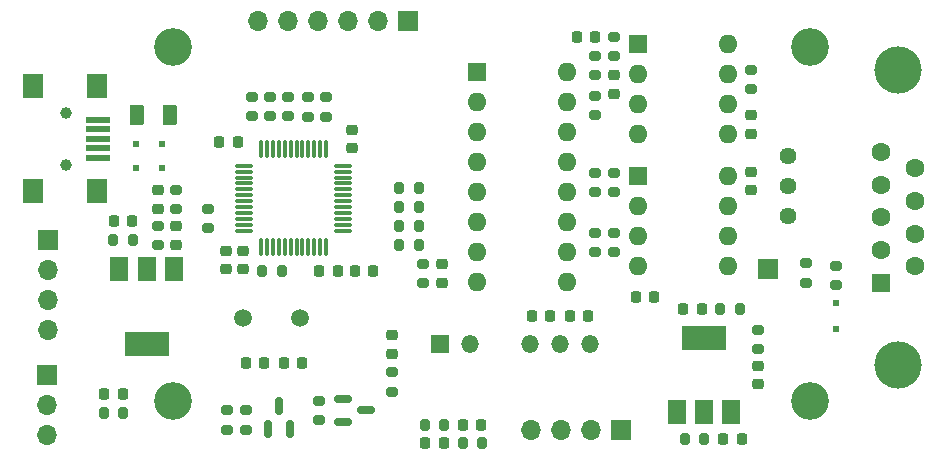
<source format=gbr>
%TF.GenerationSoftware,KiCad,Pcbnew,(6.0.0)*%
%TF.CreationDate,2023-02-03T01:01:01+01:00*%
%TF.ProjectId,EL1000_Lastcontroller,454c3130-3030-45f4-9c61-7374636f6e74,1*%
%TF.SameCoordinates,Original*%
%TF.FileFunction,Soldermask,Top*%
%TF.FilePolarity,Negative*%
%FSLAX46Y46*%
G04 Gerber Fmt 4.6, Leading zero omitted, Abs format (unit mm)*
G04 Created by KiCad (PCBNEW (6.0.0)) date 2023-02-03 01:01:01*
%MOMM*%
%LPD*%
G01*
G04 APERTURE LIST*
G04 Aperture macros list*
%AMRoundRect*
0 Rectangle with rounded corners*
0 $1 Rounding radius*
0 $2 $3 $4 $5 $6 $7 $8 $9 X,Y pos of 4 corners*
0 Add a 4 corners polygon primitive as box body*
4,1,4,$2,$3,$4,$5,$6,$7,$8,$9,$2,$3,0*
0 Add four circle primitives for the rounded corners*
1,1,$1+$1,$2,$3*
1,1,$1+$1,$4,$5*
1,1,$1+$1,$6,$7*
1,1,$1+$1,$8,$9*
0 Add four rect primitives between the rounded corners*
20,1,$1+$1,$2,$3,$4,$5,0*
20,1,$1+$1,$4,$5,$6,$7,0*
20,1,$1+$1,$6,$7,$8,$9,0*
20,1,$1+$1,$8,$9,$2,$3,0*%
G04 Aperture macros list end*
%ADD10R,1.700000X1.700000*%
%ADD11O,1.700000X1.700000*%
%ADD12RoundRect,0.225000X0.225000X0.250000X-0.225000X0.250000X-0.225000X-0.250000X0.225000X-0.250000X0*%
%ADD13RoundRect,0.200000X0.275000X-0.200000X0.275000X0.200000X-0.275000X0.200000X-0.275000X-0.200000X0*%
%ADD14C,3.200000*%
%ADD15RoundRect,0.200000X-0.275000X0.200000X-0.275000X-0.200000X0.275000X-0.200000X0.275000X0.200000X0*%
%ADD16RoundRect,0.225000X-0.250000X0.225000X-0.250000X-0.225000X0.250000X-0.225000X0.250000X0.225000X0*%
%ADD17RoundRect,0.200000X-0.200000X-0.275000X0.200000X-0.275000X0.200000X0.275000X-0.200000X0.275000X0*%
%ADD18RoundRect,0.200000X0.200000X0.275000X-0.200000X0.275000X-0.200000X-0.275000X0.200000X-0.275000X0*%
%ADD19RoundRect,0.218750X0.256250X-0.218750X0.256250X0.218750X-0.256250X0.218750X-0.256250X-0.218750X0*%
%ADD20RoundRect,0.225000X-0.225000X-0.250000X0.225000X-0.250000X0.225000X0.250000X-0.225000X0.250000X0*%
%ADD21R,1.600000X1.600000*%
%ADD22O,1.600000X1.600000*%
%ADD23C,4.000000*%
%ADD24C,1.600000*%
%ADD25RoundRect,0.150000X-0.587500X-0.150000X0.587500X-0.150000X0.587500X0.150000X-0.587500X0.150000X0*%
%ADD26RoundRect,0.150000X0.150000X-0.587500X0.150000X0.587500X-0.150000X0.587500X-0.150000X-0.587500X0*%
%ADD27RoundRect,0.218750X-0.256250X0.218750X-0.256250X-0.218750X0.256250X-0.218750X0.256250X0.218750X0*%
%ADD28R,1.500000X2.000000*%
%ADD29R,3.800000X2.000000*%
%ADD30RoundRect,0.218750X-0.218750X-0.256250X0.218750X-0.256250X0.218750X0.256250X-0.218750X0.256250X0*%
%ADD31R,1.500000X1.500000*%
%ADD32O,1.500000X1.500000*%
%ADD33C,1.440000*%
%ADD34R,0.500000X0.500000*%
%ADD35RoundRect,0.218750X0.218750X0.256250X-0.218750X0.256250X-0.218750X-0.256250X0.218750X-0.256250X0*%
%ADD36C,1.000000*%
%ADD37R,2.000000X0.500000*%
%ADD38R,1.700000X2.000000*%
%ADD39RoundRect,0.225000X0.250000X-0.225000X0.250000X0.225000X-0.250000X0.225000X-0.250000X-0.225000X0*%
%ADD40RoundRect,0.075000X0.075000X-0.662500X0.075000X0.662500X-0.075000X0.662500X-0.075000X-0.662500X0*%
%ADD41RoundRect,0.075000X0.662500X-0.075000X0.662500X0.075000X-0.662500X0.075000X-0.662500X-0.075000X0*%
%ADD42RoundRect,0.250000X0.375000X0.625000X-0.375000X0.625000X-0.375000X-0.625000X0.375000X-0.625000X0*%
%ADD43C,1.500000*%
G04 APERTURE END LIST*
D10*
%TO.C,J6*%
X66200000Y-73600000D03*
D11*
X66200000Y-76140000D03*
X66200000Y-78680000D03*
%TD*%
D12*
%TO.C,C18*%
X117575000Y-67000000D03*
X116025000Y-67000000D03*
%TD*%
%TO.C,C7*%
X87775000Y-72600000D03*
X86225000Y-72600000D03*
%TD*%
D13*
%TO.C,R27*%
X88300000Y-51737500D03*
X88300000Y-50087500D03*
%TD*%
D14*
%TO.C,H4*%
X76800000Y-45800000D03*
%TD*%
D15*
%TO.C,R8*%
X79800000Y-59550000D03*
X79800000Y-61200000D03*
%TD*%
D16*
%TO.C,C17*%
X125800000Y-56425000D03*
X125800000Y-57975000D03*
%TD*%
D15*
%TO.C,R17*%
X112600000Y-61575000D03*
X112600000Y-63225000D03*
%TD*%
D10*
%TO.C,J3*%
X96725000Y-43625000D03*
D11*
X94185000Y-43625000D03*
X91645000Y-43625000D03*
X89105000Y-43625000D03*
X86565000Y-43625000D03*
X84025000Y-43625000D03*
%TD*%
D17*
%TO.C,R15*%
X70975000Y-76800000D03*
X72625000Y-76800000D03*
%TD*%
D13*
%TO.C,R39*%
X98000000Y-65825000D03*
X98000000Y-64175000D03*
%TD*%
D18*
%TO.C,R23*%
X124825000Y-68000000D03*
X123175000Y-68000000D03*
%TD*%
D16*
%TO.C,C2*%
X77100000Y-61025000D03*
X77100000Y-62575000D03*
%TD*%
D13*
%TO.C,R21*%
X85050000Y-51712500D03*
X85050000Y-50062500D03*
%TD*%
D10*
%TO.C,TP1*%
X127200000Y-64600000D03*
%TD*%
D14*
%TO.C,H1*%
X130800000Y-45800000D03*
%TD*%
D10*
%TO.C,J1*%
X66225000Y-62200000D03*
D11*
X66225000Y-64740000D03*
X66225000Y-67280000D03*
X66225000Y-69820000D03*
%TD*%
D17*
%TO.C,R7*%
X84375000Y-64800000D03*
X86025000Y-64800000D03*
%TD*%
D19*
%TO.C,D7*%
X99600000Y-65787500D03*
X99600000Y-64212500D03*
%TD*%
D12*
%TO.C,C19*%
X72575000Y-75200000D03*
X71025000Y-75200000D03*
%TD*%
D13*
%TO.C,R22*%
X83550000Y-51712500D03*
X83550000Y-50062500D03*
%TD*%
D20*
%TO.C,C4*%
X92225000Y-64800000D03*
X93775000Y-64800000D03*
%TD*%
D21*
%TO.C,U4*%
X102600000Y-47925000D03*
D22*
X102600000Y-50465000D03*
X102600000Y-53005000D03*
X102600000Y-55545000D03*
X102600000Y-58085000D03*
X102600000Y-60625000D03*
X102600000Y-63165000D03*
X102600000Y-65705000D03*
X110220000Y-65705000D03*
X110220000Y-63165000D03*
X110220000Y-60625000D03*
X110220000Y-58085000D03*
X110220000Y-55545000D03*
X110220000Y-53005000D03*
X110220000Y-50465000D03*
X110220000Y-47925000D03*
%TD*%
D14*
%TO.C,H2*%
X76800000Y-75800000D03*
%TD*%
D15*
%TO.C,R1*%
X81400000Y-76575000D03*
X81400000Y-78225000D03*
%TD*%
D13*
%TO.C,R5*%
X95400000Y-75025000D03*
X95400000Y-73375000D03*
%TD*%
D23*
%TO.C,J5*%
X138220000Y-72760000D03*
X138220000Y-47760000D03*
D21*
X136800000Y-65800000D03*
D24*
X136800000Y-63030000D03*
X136800000Y-60260000D03*
X136800000Y-57490000D03*
X136800000Y-54720000D03*
X139640000Y-64415000D03*
X139640000Y-61645000D03*
X139640000Y-58875000D03*
X139640000Y-56105000D03*
%TD*%
D25*
%TO.C,Q2*%
X91262500Y-75650000D03*
X91262500Y-77550000D03*
X93137500Y-76600000D03*
%TD*%
D26*
%TO.C,Q1*%
X84850000Y-78137500D03*
X86750000Y-78137500D03*
X85800000Y-76262500D03*
%TD*%
D15*
%TO.C,R32*%
X130400000Y-64150000D03*
X130400000Y-65800000D03*
%TD*%
D27*
%TO.C,D1*%
X95400000Y-70212500D03*
X95400000Y-71787500D03*
%TD*%
D17*
%TO.C,R14*%
X96000000Y-59400000D03*
X97650000Y-59400000D03*
%TD*%
D15*
%TO.C,R18*%
X112600000Y-49975000D03*
X112600000Y-51625000D03*
%TD*%
D17*
%TO.C,R4*%
X71775000Y-62200000D03*
X73425000Y-62200000D03*
%TD*%
%TO.C,R11*%
X96000000Y-57800000D03*
X97650000Y-57800000D03*
%TD*%
%TO.C,R13*%
X96000000Y-62600000D03*
X97650000Y-62600000D03*
%TD*%
D16*
%TO.C,C8*%
X82800000Y-63112500D03*
X82800000Y-64662500D03*
%TD*%
D12*
%TO.C,C5*%
X111975000Y-68600000D03*
X110425000Y-68600000D03*
%TD*%
D13*
%TO.C,R38*%
X133000000Y-66025000D03*
X133000000Y-64375000D03*
%TD*%
D28*
%TO.C,U5*%
X119500000Y-76750000D03*
X121800000Y-76750000D03*
D29*
X121800000Y-70450000D03*
D28*
X124100000Y-76750000D03*
%TD*%
D30*
%TO.C,D8*%
X111012500Y-45000000D03*
X112587500Y-45000000D03*
%TD*%
D31*
%TO.C,U2*%
X99467500Y-71005000D03*
D32*
X102007500Y-71005000D03*
X107087500Y-71005000D03*
X109627500Y-71005000D03*
X112167500Y-71005000D03*
%TD*%
D21*
%TO.C,U7*%
X116200000Y-56800000D03*
D22*
X116200000Y-59340000D03*
X116200000Y-61880000D03*
X116200000Y-64420000D03*
X123820000Y-64420000D03*
X123820000Y-61880000D03*
X123820000Y-59340000D03*
X123820000Y-56800000D03*
%TD*%
D15*
%TO.C,R6*%
X75600000Y-60975000D03*
X75600000Y-62625000D03*
%TD*%
D33*
%TO.C,RV1*%
X128875000Y-55050000D03*
X128875000Y-57590000D03*
X128875000Y-60130000D03*
%TD*%
D34*
%TO.C,D4*%
X75900000Y-56050000D03*
X73700000Y-56050000D03*
%TD*%
D12*
%TO.C,C14*%
X121600000Y-68000000D03*
X120050000Y-68000000D03*
%TD*%
D13*
%TO.C,R3*%
X89200000Y-77425000D03*
X89200000Y-75775000D03*
%TD*%
D34*
%TO.C,D5*%
X75900000Y-54050000D03*
X73700000Y-54050000D03*
%TD*%
D16*
%TO.C,C16*%
X125800000Y-51625000D03*
X125800000Y-53175000D03*
%TD*%
D12*
%TO.C,C11*%
X82325000Y-53887500D03*
X80775000Y-53887500D03*
%TD*%
D35*
%TO.C,D3*%
X102947500Y-77800000D03*
X101372500Y-77800000D03*
%TD*%
D36*
%TO.C,J2*%
X67800000Y-51400000D03*
X67800000Y-55800000D03*
D37*
X70500000Y-52000000D03*
X70500000Y-52800000D03*
X70500000Y-53600000D03*
X70500000Y-54400000D03*
X70500000Y-55200000D03*
D38*
X70400000Y-49150000D03*
X64950000Y-58050000D03*
X70400000Y-58050000D03*
X64950000Y-49150000D03*
%TD*%
D15*
%TO.C,R26*%
X126400000Y-69775000D03*
X126400000Y-71425000D03*
%TD*%
D39*
%TO.C,C12*%
X92000000Y-54375000D03*
X92000000Y-52825000D03*
%TD*%
D19*
%TO.C,D9*%
X75554387Y-59553265D03*
X75554387Y-57978265D03*
%TD*%
D13*
%TO.C,R16*%
X112600000Y-58125000D03*
X112600000Y-56475000D03*
%TD*%
%TO.C,R40*%
X114200000Y-46625000D03*
X114200000Y-44975000D03*
%TD*%
D18*
%TO.C,R9*%
X103025000Y-79400000D03*
X101375000Y-79400000D03*
%TD*%
D19*
%TO.C,D6*%
X126400000Y-74387500D03*
X126400000Y-72812500D03*
%TD*%
D28*
%TO.C,U1*%
X76900000Y-64650000D03*
X74600000Y-64650000D03*
D29*
X74600000Y-70950000D03*
D28*
X72300000Y-64650000D03*
%TD*%
D30*
%TO.C,D2*%
X98212500Y-79400000D03*
X99787500Y-79400000D03*
%TD*%
D40*
%TO.C,U3*%
X84300000Y-62800000D03*
X84800000Y-62800000D03*
X85300000Y-62800000D03*
X85800000Y-62800000D03*
X86300000Y-62800000D03*
X86800000Y-62800000D03*
X87300000Y-62800000D03*
X87800000Y-62800000D03*
X88300000Y-62800000D03*
X88800000Y-62800000D03*
X89300000Y-62800000D03*
X89800000Y-62800000D03*
D41*
X91212500Y-61387500D03*
X91212500Y-60887500D03*
X91212500Y-60387500D03*
X91212500Y-59887500D03*
X91212500Y-59387500D03*
X91212500Y-58887500D03*
X91212500Y-58387500D03*
X91212500Y-57887500D03*
X91212500Y-57387500D03*
X91212500Y-56887500D03*
X91212500Y-56387500D03*
X91212500Y-55887500D03*
D40*
X89800000Y-54475000D03*
X89300000Y-54475000D03*
X88800000Y-54475000D03*
X88300000Y-54475000D03*
X87800000Y-54475000D03*
X87300000Y-54475000D03*
X86800000Y-54475000D03*
X86300000Y-54475000D03*
X85800000Y-54475000D03*
X85300000Y-54475000D03*
X84800000Y-54475000D03*
X84300000Y-54475000D03*
D41*
X82887500Y-55887500D03*
X82887500Y-56387500D03*
X82887500Y-56887500D03*
X82887500Y-57387500D03*
X82887500Y-57887500D03*
X82887500Y-58387500D03*
X82887500Y-58887500D03*
X82887500Y-59387500D03*
X82887500Y-59887500D03*
X82887500Y-60387500D03*
X82887500Y-60887500D03*
X82887500Y-61387500D03*
%TD*%
D12*
%TO.C,C6*%
X108775000Y-68600000D03*
X107225000Y-68600000D03*
%TD*%
D15*
%TO.C,R2*%
X83000000Y-76575000D03*
X83000000Y-78225000D03*
%TD*%
%TO.C,R36*%
X114197711Y-56477520D03*
X114197711Y-58127520D03*
%TD*%
D12*
%TO.C,C1*%
X73375000Y-60600000D03*
X71825000Y-60600000D03*
%TD*%
D20*
%TO.C,C10*%
X123425000Y-79000000D03*
X124975000Y-79000000D03*
%TD*%
D14*
%TO.C,H3*%
X130800000Y-75800000D03*
%TD*%
D34*
%TO.C,D10*%
X133000000Y-67500000D03*
X133000000Y-69700000D03*
%TD*%
D15*
%TO.C,R24*%
X89800000Y-50087500D03*
X89800000Y-51737500D03*
%TD*%
D16*
%TO.C,C13*%
X81300000Y-63112500D03*
X81300000Y-64662500D03*
%TD*%
D17*
%TO.C,R10*%
X98135000Y-77800000D03*
X99785000Y-77800000D03*
%TD*%
D20*
%TO.C,C9*%
X89225000Y-64800000D03*
X90775000Y-64800000D03*
%TD*%
D15*
%TO.C,R28*%
X125800000Y-47775000D03*
X125800000Y-49425000D03*
%TD*%
D17*
%TO.C,R19*%
X120175000Y-79000000D03*
X121825000Y-79000000D03*
%TD*%
D13*
%TO.C,R25*%
X77081174Y-59590765D03*
X77081174Y-57940765D03*
%TD*%
D16*
%TO.C,C15*%
X114200000Y-48225000D03*
X114200000Y-49775000D03*
%TD*%
D42*
%TO.C,F1*%
X76600000Y-51600000D03*
X73800000Y-51600000D03*
%TD*%
D15*
%TO.C,R37*%
X114200000Y-61575000D03*
X114200000Y-63225000D03*
%TD*%
D20*
%TO.C,C3*%
X83025000Y-72600000D03*
X84575000Y-72600000D03*
%TD*%
D10*
%TO.C,J4*%
X114800000Y-78225000D03*
D11*
X112260000Y-78225000D03*
X109720000Y-78225000D03*
X107180000Y-78225000D03*
%TD*%
D43*
%TO.C,Y1*%
X82750000Y-68800000D03*
X87630000Y-68800000D03*
%TD*%
D21*
%TO.C,U6*%
X116200000Y-45600000D03*
D22*
X116200000Y-48140000D03*
X116200000Y-50680000D03*
X116200000Y-53220000D03*
X123820000Y-53220000D03*
X123820000Y-50680000D03*
X123820000Y-48140000D03*
X123820000Y-45600000D03*
%TD*%
D17*
%TO.C,R12*%
X96000000Y-61000000D03*
X97650000Y-61000000D03*
%TD*%
D13*
%TO.C,R35*%
X112600000Y-48225000D03*
X112600000Y-46575000D03*
%TD*%
%TO.C,R20*%
X86550000Y-51712500D03*
X86550000Y-50062500D03*
%TD*%
M02*

</source>
